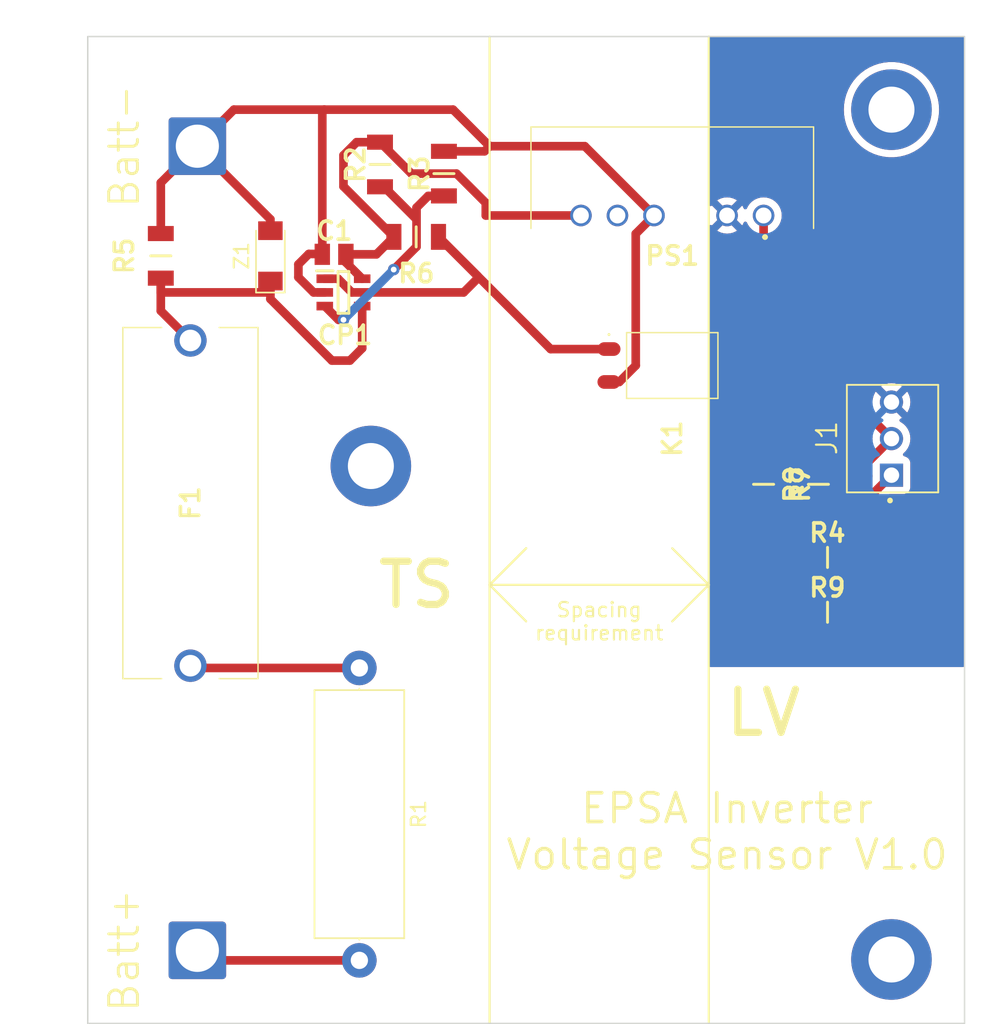
<source format=kicad_pcb>
(kicad_pcb (version 20240108) (generator "pcbnew") (generator_version "8.0")
  (layers (0 "F.Cu" signal) (31 "B.Cu" signal) (34 "B.Paste" user) (35 "F.Paste" user) (36 "B.SilkS" user "B.Silkscreen") (37 "F.SilkS" user "F.Silkscreen") (38 "B.Mask" user) (39 "F.Mask" user) (44 "Edge.Cuts" user))
  (net 0 "")
  (net 1 "Comp")
  (net 2 "0")
  (net 3 "Net-(CP1-IN-)")
  (net 4 "+5V")
  (net 5 "Exit")
  (net 6 "+5VA")
  (net 7 "GND")
  (net 8 "+BATT")
  (net 9 "Net-(F1-Pad1)")
  (net 10 "Net-(CP1-IN+)")
  (net 11 "Raw_Exit")
  (footprint "Diode_SMD:D_MiniMELF" (layer "F.Cu") (at 88.9 71.12 90)
    (property "Reference" "Z1" (at 0 -2 90) (layer "F.SilkS"))
    (property "Value" "Zener TZM5224B-GS08")
    (fp_line (start 1.75 -1) (end -2.55 -1) (stroke (width 0.12)) (layer "F.SilkS"))
    (fp_line (start -2.55 -1) (end -2.55 1) (stroke (width 0.12)) (layer "F.SilkS"))
    (fp_line (start -2.55 1) (end 1.75 1) (stroke (width 0.12)) (layer "F.SilkS"))
    (pad "1" smd rect (at -1.75 0 90) (size 1.3 1.7) (layers "F.Cu" "F.Paste" "F.Mask") (net 10 "Net-(CP1-IN+)"))
    (pad "2" smd rect (at 1.75 0 90) (size 1.3 1.7) (layers "F.Cu" "F.Paste" "F.Mask") (net 2 "0"))
  )
  (footprint "EPSA_lib:CPC1394GR" (layer "F.Cu") (at 116.84 78.74 -90)
    (property "Reference" "K1" (at 5.08 0 90) (layer "F.SilkS") (effects (font (size 1.27 1.27) (thickness 0.254))))
    (property "Value" "SSR CPC1394GR" (hide yes))
    (fp_line (start -2.2 4.4) (end -2.2 4.4) (stroke (width 0.1)) (layer "F.SilkS"))
    (fp_line (start -2.1 4.4) (end -2.1 4.4) (stroke (width 0.1)) (layer "F.SilkS"))
    (fp_line (start -2.286 3.175) (end -2.286 -3.175) (stroke (width 0.1)) (layer "F.SilkS"))
    (fp_line (start 2.286 3.175) (end -2.286 3.175) (stroke (width 0.1)) (layer "F.SilkS"))
    (fp_line (start -2.286 -3.175) (end 2.286 -3.175) (stroke (width 0.1)) (layer "F.SilkS"))
    (fp_line (start 2.286 -3.175) (end 2.286 3.175) (stroke (width 0.1)) (layer "F.SilkS"))
    (fp_arc (start -2.2 4.4) (mid -2.15 4.35) (end -2.1 4.4) (stroke (width 0.1)) (layer "F.SilkS"))
    (fp_arc (start -2.1 4.4) (mid -2.15 4.45) (end -2.2 4.4) (stroke (width 0.1)) (layer "F.SilkS"))
    (pad "1" smd oval (at -1.143 4.4 270) (size 0.95 1.6) (layers "F.Cu" "F.Paste" "F.Mask") (net 1 "Comp"))
    (pad "2" smd oval (at 1.143 4.4 270) (size 0.95 1.6) (layers "F.Cu" "F.Paste" "F.Mask") (net 2 "0"))
    (pad "3" smd oval (at 1.143 -4.4 270) (size 0.95 1.6) (layers "F.Cu" "F.Paste" "F.Mask") (net 11 "Raw_Exit"))
    (pad "4" smd oval (at -1.143 -4.4 270) (size 0.95 1.6) (layers "F.Cu" "F.Paste" "F.Mask") (net 6 "+5VA"))
  )
  (footprint "EPSA_lib:SOT95P280X145-5N" (layer "F.Cu") (at 93.98 73.66)
    (property "Reference" "CP1" (at 0.103988 2.97137 0) (layer "F.SilkS") (effects (font (size 1.27 1.27) (thickness 0.254))))
    (property "Value" "Comparateur TS391ILT" (hide yes))
    (fp_line (start -1.875 -1.5) (end -0.725 -1.5) (stroke (width 0.2)) (layer "F.SilkS"))
    (fp_line (start -0.375 -1.45) (end 0.375 -1.45) (stroke (width 0.2)) (layer "F.SilkS"))
    (fp_line (start -0.375 1.45) (end -0.375 -1.45) (stroke (width 0.2)) (layer "F.SilkS"))
    (fp_line (start 0.375 -1.45) (end 0.375 1.45) (stroke (width 0.2)) (layer "F.SilkS"))
    (fp_line (start 0.375 1.45) (end -0.375 1.45) (stroke (width 0.2)) (layer "F.SilkS"))
    (pad "1" smd rect (at -1.3 -0.95 90) (size 0.6 1.15) (layers "F.Cu" "F.Paste" "F.Mask") (net 1 "Comp"))
    (pad "2" smd rect (at -1.3 0 90) (size 0.6 1.15) (layers "F.Cu" "F.Paste" "F.Mask") (net 2 "0"))
    (pad "3" smd rect (at -1.3 0.95 90) (size 0.6 1.15) (layers "F.Cu" "F.Paste" "F.Mask") (net 3 "Net-(CP1-IN-)"))
    (pad "4" smd rect (at 1.3 0.95 90) (size 0.6 1.15) (layers "F.Cu" "F.Paste" "F.Mask") (net 10 "Net-(CP1-IN+)"))
    (pad "5" smd rect (at 1.3 -0.95 90) (size 0.6 1.15) (layers "F.Cu" "F.Paste" "F.Mask") (net 4 "+5V"))
  )
  (footprint "" (layer "F.Cu") (at 132.08 60.96)
    (property "Reference" "" (at 0 0 0) (layer "F.SilkS") (effects (font (size 1.27 1.27))))
    (property "Value" "")
    (pad "1" thru_hole circle (at 0 0) (size 5.6 5.6) (drill 3.2) (layers "*.Cu" "*.Mask"))
  )
  (footprint "EPSA_lib:RESC3216X70N" (layer "F.Cu") (at 100.965 65.405 90)
    (property "Reference" "R3" (at -0.011901 -1.701971 -90) (layer "F.SilkS") (effects (font (size 1.27 1.27) (thickness 0.254))))
    (property "Value" "1k" (hide yes))
    (fp_line (start 0 -0.7) (end 0 0.7) (stroke (width 0.2)) (layer "F.SilkS"))
    (pad "1" smd rect (at -1.55 0 90) (size 1.05 1.8) (layers "F.Cu" "F.Paste" "F.Mask") (net 3 "Net-(CP1-IN-)"))
    (pad "2" smd rect (at 1.55 0 90) (size 1.05 1.8) (layers "F.Cu" "F.Paste" "F.Mask") (net 2 "0"))
  )
  (footprint "EPSA_lib:RESC3216X70N" (layer "F.Cu") (at 123.19 86.995 -90)
    (property "Reference" "R7" (at 0 -2.54 90) (layer "F.SilkS") (effects (font (size 1.27 1.27) (thickness 0.254))))
    (property "Value" "2k" (hide yes))
    (fp_line (start 0 -0.7) (end 0 0.7) (stroke (width 0.2)) (layer "F.SilkS"))
    (pad "1" smd rect (at -1.55 0 270) (size 1.05 1.8) (layers "F.Cu" "F.Paste" "F.Mask") (net 7 "GND"))
    (pad "2" smd rect (at 1.55 0 270) (size 1.05 1.8) (layers "F.Cu" "F.Paste" "F.Mask") (net 11 "Raw_Exit"))
  )
  (footprint "EPSA_lib:RESC3216X70N" (layer "F.Cu") (at 127.635 95.885)
    (property "Reference" "R9" (at -0.011901 -1.701971 0) (layer "F.SilkS") (effects (font (size 1.27 1.27) (thickness 0.254))))
    (property "Value" "8k2" (hide yes))
    (fp_line (start 0 -0.7) (end 0 0.7) (stroke (width 0.2)) (layer "F.SilkS"))
    (pad "1" smd rect (at -1.55 0) (size 1.05 1.8) (layers "F.Cu" "F.Paste" "F.Mask") (net 7 "GND"))
    (pad "2" smd rect (at 1.55 0) (size 1.05 1.8) (layers "F.Cu" "F.Paste" "F.Mask") (net 5 "Exit"))
  )
  (footprint "EPSA_lib:RESC3216X70N" (layer "F.Cu") (at 96.52 64.77 90)
    (property "Reference" "R2" (at -0.011901 -1.701971 -90) (layer "F.SilkS") (effects (font (size 1.27 1.27) (thickness 0.254))))
    (property "Value" "1k2" (hide yes))
    (fp_line (start 0 -0.7) (end 0 0.7) (stroke (width 0.2)) (layer "F.SilkS"))
    (pad "1" smd rect (at -1.55 0 90) (size 1.05 1.8) (layers "F.Cu" "F.Paste" "F.Mask") (net 3 "Net-(CP1-IN-)"))
    (pad "2" smd rect (at 1.55 0 90) (size 1.05 1.8) (layers "F.Cu" "F.Paste" "F.Mask") (net 4 "+5V"))
  )
  (footprint "EPSA_lib:RESC3216X70N" (layer "F.Cu") (at 127.635 92.075)
    (property "Reference" "R4" (at -0.011901 -1.701971 0) (layer "F.SilkS") (effects (font (size 1.27 1.27) (thickness 0.254))))
    (property "Value" "3k9" (hide yes))
    (fp_line (start 0 -0.7) (end 0 0.7) (stroke (width 0.2)) (layer "F.SilkS"))
    (pad "1" smd rect (at -1.55 0) (size 1.05 1.8) (layers "F.Cu" "F.Paste" "F.Mask") (net 11 "Raw_Exit"))
    (pad "2" smd rect (at 1.55 0) (size 1.05 1.8) (layers "F.Cu" "F.Paste" "F.Mask") (net 5 "Exit"))
  )
  (footprint "EPSA_lib:MOLEX_22-11-2032" (layer "F.Cu") (at 132.08 86.36 90)
    (property "Reference" "J1" (at 2.585 -4.489 90) (layer "F.SilkS") (effects (font (size 1.4 1.4))))
    (property "Value" "3P Droit 22-11-2032")
    (fp_line (start 6.275 -3.1) (end -1.195 -3.1) (stroke (width 0.127)) (layer "F.SilkS"))
    (fp_line (start -1.195 -3.1) (end -1.195 3.25) (stroke (width 0.127)) (layer "F.SilkS"))
    (fp_line (start 6.275 3.25) (end 6.275 -3.1) (stroke (width 0.127)) (layer "F.SilkS"))
    (fp_line (start -1.195 3.25) (end 6.275 3.25) (stroke (width 0.127)) (layer "F.SilkS"))
    (fp_circle (center -1.76 -0.1) (end -1.66 -0.1) (stroke (width 0.2)) (fill none) (layer "F.SilkS"))
    (pad "1" thru_hole rect (at 0 0 90) (size 1.61 1.61) (drill 1.07) (layers "*.Cu" "*.Mask") (net 5 "Exit"))
    (pad "2" thru_hole circle (at 2.54 0 90) (size 1.61 1.61) (drill 1.07) (layers "*.Cu" "*.Mask") (net 6 "+5VA"))
    (pad "3" thru_hole circle (at 5.08 0 90) (size 1.61 1.61) (drill 1.07) (layers "*.Cu" "*.Mask") (net 7 "GND"))
  )
  (footprint "Connector_Wire:SolderWire-2.5sqmm_1x01_D2.4mm_OD3.6mm" (layer "F.Cu") (at 83.82 63.5)
    (property "Reference" "TP2" (hide yes))
    (property "Value" "type=\"R\" model=\"TestPoint\" lib=\"\"")
    (pad "1" thru_hole roundrect (at 0 0) (size 4 4) (drill 3) (layers "*.Cu" "*.Mask") (roundrect_rratio 0.0625) (net 2 "0"))
  )
  (footprint "Connector_Wire:SolderWire-2.5sqmm_1x01_D2.4mm_OD3.6mm" (layer "F.Cu") (at 83.82 119.38)
    (property "Reference" "TP1" (hide yes))
    (property "Value" "type=\"R\" model=\"TestPoint\" lib=\"\"")
    (pad "1" thru_hole roundrect (at 0 0) (size 4 4) (drill 3) (layers "*.Cu" "*.Mask") (roundrect_rratio 0.0625) (net 8 "+BATT"))
  )
  (footprint "EPSA_lib:RESC3216X70N" (layer "F.Cu") (at 81.28 71.12 -90)
    (property "Reference" "R5" (at 0 2.54 90) (layer "F.SilkS") (effects (font (size 1.27 1.27) (thickness 0.254))))
    (property "Value" "33k" (hide yes))
    (fp_line (start 0 -0.7) (end 0 0.7) (stroke (width 0.2)) (layer "F.SilkS"))
    (pad "1" smd rect (at -1.55 0 270) (size 1.05 1.8) (layers "F.Cu" "F.Paste" "F.Mask") (net 2 "0"))
    (pad "2" smd rect (at 1.55 0 270) (size 1.05 1.8) (layers "F.Cu" "F.Paste" "F.Mask") (net 10 "Net-(CP1-IN+)"))
  )
  (footprint "EPSA_lib:0PTF0078P" (layer "F.Cu") (at 83.339117 88.300885 90)
    (property "Reference" "F1" (at 0 0 90) (layer "F.SilkS") (effects (font (size 1.27 1.27) (thickness 0.254))))
    (property "Value" "Fuse" (hide yes))
    (fp_line (start 12.2 -4.7) (end 12.2 -2) (stroke (width 0.1)) (layer "F.SilkS"))
    (fp_line (start -12.2 -4.7) (end 12.2 -4.7) (stroke (width 0.1)) (layer "F.SilkS"))
    (fp_line (start -12.2 -2) (end -12.2 -4.7) (stroke (width 0.1)) (layer "F.SilkS"))
    (fp_line (start -12.2 2) (end -12.2 4.7) (stroke (width 0.1)) (layer "F.SilkS"))
    (fp_line (start 12.2 4.7) (end 12.2 2) (stroke (width 0.1)) (layer "F.SilkS"))
    (fp_line (start -12.2 4.7) (end 12.2 4.7) (stroke (width 0.1)) (layer "F.SilkS"))
    (pad "1" thru_hole circle (at -11.3 0 90) (size 2.25 2.25) (drill 1.5) (layers "*.Cu" "*.Mask") (net 9 "Net-(F1-Pad1)"))
    (pad "2" thru_hole circle (at 11.3 0 90) (size 2.25 2.25) (drill 1.5) (layers "*.Cu" "*.Mask") (net 10 "Net-(CP1-IN+)"))
  )
  (footprint "EPSA_lib:RESC3216X70N" (layer "F.Cu") (at 99.035212 69.799441 180)
    (property "Reference" "R6" (at -0.011901 -2.54 0) (layer "F.SilkS") (effects (font (size 1.27 1.27) (thickness 0.254))))
    (property "Value" "2k7" (hide yes))
    (fp_line (start 0 -0.7) (end 0 0.7) (stroke (width 0.2)) (layer "F.SilkS"))
    (pad "1" smd rect (at -1.55 0 180) (size 1.05 1.8) (layers "F.Cu" "F.Paste" "F.Mask") (net 1 "Comp"))
    (pad "2" smd rect (at 1.55 0 180) (size 1.05 1.8) (layers "F.Cu" "F.Paste" "F.Mask") (net 4 "+5V"))
  )
  (footprint "EPSA_lib:CAPC2012X130N" (layer "F.Cu") (at 93.327966 71.013855)
    (property "Reference" "C1" (at 0.011623 -1.627268 0) (layer "F.SilkS") (effects (font (size 1.27 1.27) (thickness 0.254))))
    (property "Value" "Condensateur 0805Y1000104JXT" (hide yes))
    (pad "1" smd rect (at -0.82 0) (size 1.07 1.47) (layers "F.Cu" "F.Paste" "F.Mask") (net 2 "0"))
    (pad "2" smd rect (at 0.82 0) (size 1.07 1.47) (layers "F.Cu" "F.Paste" "F.Mask") (net 4 "+5V"))
  )
  (footprint "Resistor_THT:R_Axial_DIN0617_L17.0mm_D6.0mm_P20.32mm_Horizontal" (layer "F.Cu") (at 95.085306 99.757822 -90)
    (property "Reference" "R1" (at 10.16 -4.12 -90) (layer "F.SilkS"))
    (property "Value" "820k")
    (fp_line (start 1.54 3.12) (end 18.78 3.12) (stroke (width 0.12)) (layer "F.SilkS"))
    (fp_line (start 18.78 3.12) (end 18.78 -3.12) (stroke (width 0.12)) (layer "F.SilkS"))
    (fp_line (start 1.44 0) (end 1.54 0) (stroke (width 0.12)) (layer "F.SilkS"))
    (fp_line (start 18.88 0) (end 18.78 0) (stroke (width 0.12)) (layer "F.SilkS"))
    (fp_line (start 1.54 -3.12) (end 1.54 3.12) (stroke (width 0.12)) (layer "F.SilkS"))
    (fp_line (start 18.78 -3.12) (end 1.54 -3.12) (stroke (width 0.12)) (layer "F.SilkS"))
    (pad "1" thru_hole circle (at 0 0 270) (size 2.4 2.4) (drill 1.2) (layers "*.Cu" "*.Mask") (net 9 "Net-(F1-Pad1)"))
    (pad "2" thru_hole oval (at 20.32 0 270) (size 2.4 2.4) (drill 1.2) (layers "*.Cu" "*.Mask") (net 8 "+BATT"))
  )
  (footprint "EPSA_lib:RESC3216X70N" (layer "F.Cu") (at 127 86.995 90)
    (property "Reference" "R8" (at -0.011901 -1.701971 -90) (layer "F.SilkS") (effects (font (size 1.27 1.27) (thickness 0.254))))
    (property "Value" "8k2" (hide yes))
    (fp_line (start 0 -0.7) (end 0 0.7) (stroke (width 0.2)) (layer "F.SilkS"))
    (pad "1" smd rect (at -1.55 0 90) (size 1.05 1.8) (layers "F.Cu" "F.Paste" "F.Mask") (net 5 "Exit"))
    (pad "2" smd rect (at 1.55 0 90) (size 1.05 1.8) (layers "F.Cu" "F.Paste" "F.Mask") (net 6 "+5VA"))
  )
  (footprint "" (layer "F.Cu") (at 95.885 85.725)
    (property "Reference" "" (at 0 0 0) (layer "F.SilkS") (effects (font (size 1.27 1.27))))
    (property "Value" "")
    (pad "1" thru_hole circle (at 0 0) (size 5.6 5.6) (drill 3.2) (layers "*.Cu" "*.Mask"))
  )
  (footprint "EPSA_lib:PDM2S5S5S" (layer "F.Cu") (at 123.19 68.315 180)
    (property "Reference" "PS1" (at 6.35 -2.805 0) (layer "F.SilkS") (effects (font (size 1.27 1.27) (thickness 0.254))))
    (property "Value" "Alim Iso PDM2-S5-S5-S" (hide yes))
    (fp_line (start 16.175 6.15) (end 16.175 -0.9) (stroke (width 0.1)) (layer "F.SilkS"))
    (fp_line (start 0 -1.5) (end 0 -1.5) (stroke (width 0.2)) (layer "F.SilkS"))
    (fp_line (start -0.2 -1.5) (end -0.2 -1.5) (stroke (width 0.2)) (layer "F.SilkS"))
    (fp_line (start -3.475 6.15) (end 16.175 6.15) (stroke (width 0.1)) (layer "F.SilkS"))
    (fp_line (start -3.475 -0.9) (end -3.475 6.15) (stroke (width 0.1)) (layer "F.SilkS"))
    (fp_arc (start 0 -1.5) (mid -0.1 -1.4) (end -0.2 -1.5) (stroke (width 0.2)) (layer "F.SilkS"))
    (fp_arc (start -0.2 -1.5) (mid -0.1 -1.6) (end 0 -1.5) (stroke (width 0.2)) (layer "F.SilkS"))
    (pad "1" thru_hole circle (at 0 0 180) (size 1.5 1.5) (drill 1.1) (layers "*.Cu" "*.Mask") (net 6 "+5VA"))
    (pad "2" thru_hole circle (at 2.54 0 180) (size 1.5 1.5) (drill 1.1) (layers "*.Cu" "*.Mask") (net 7 "GND"))
    (pad "4" thru_hole circle (at 7.62 0 180) (size 1.5 1.5) (drill 1.1) (layers "*.Cu" "*.Mask") (net 2 "0"))
    (pad "5" thru_hole circle (at 10.16 0 180) (size 1.5 1.5) (drill 1.1) (layers "*.Cu" "*.Mask"))
    (pad "6" thru_hole circle (at 12.7 0 180) (size 1.5 1.5) (drill 1.1) (layers "*.Cu" "*.Mask") (net 4 "+5V"))
  )
  (footprint "" (layer "F.Cu") (at 132.08 120.015)
    (property "Reference" "" (at 0 0 0) (layer "F.SilkS") (effects (font (size 1.27 1.27))))
    (property "Value" "")
    (pad "1" thru_hole circle (at 0 0) (size 5.6 5.6) (drill 3.2) (layers "*.Cu" "*.Mask"))
  )
  (gr_line (start 119.38 55.88) (end 119.38 124.46) (stroke (width 0.15)) (layer "F.SilkS"))
  (gr_line (start 106.68 96.52) (end 104.14 93.98) (stroke (width 0.15)) (layer "F.SilkS"))
  (gr_line (start 116.84 91.44) (end 119.38 93.98) (stroke (width 0.15)) (layer "F.SilkS"))
  (gr_line (start 104.14 93.98) (end 106.68 91.44) (stroke (width 0.15)) (layer "F.SilkS"))
  (gr_line (start 104.14 55.88) (end 104.14 124.46) (stroke (width 0.15)) (layer "F.SilkS"))
  (gr_line (start 104.14 93.98) (end 119.38 93.98) (stroke (width 0.15)) (layer "F.SilkS"))
  (gr_line (start 119.38 93.98) (end 116.84 96.52) (stroke (width 0.15)) (layer "F.SilkS"))
  (gr_line (start 106.68 91.44) (end 104.14 93.98) (stroke (width 0.15)) (layer "F.SilkS"))
  (gr_rect (start 76.2 55.88) (end 137.16 124.46) (stroke (width 0.1)) (fill none) (layer "Edge.Cuts"))
  (gr_text "Batt+" (at 78.74 119.38 90) (layer "F.SilkS") (effects (font (size 2 2) (thickness 0.2))))
  (gr_text "TS" (at 99.06 93.98 0) (layer "F.SilkS") (effects (font (size 3 3) (thickness 0.5))))
  (gr_text "EPSA Inverter\nVoltage Sensor V1.0" (at 120.65 111.125 0) (layer "F.SilkS") (effects (font (size 2 2) (thickness 0.25))))
  (gr_text "Spacing\nrequirement" (at 111.76 96.52 0) (layer "F.SilkS") (effects (font (size 1 1))))
  (gr_text "Batt-" (at 78.74 63.5 90) (layer "F.SilkS") (effects (font (size 2 2) (thickness 0.2))))
  (gr_text "LV" (at 123.19 102.87 0) (layer "F.SilkS") (effects (font (size 3 3) (thickness 0.5))))
  (segment (start 103.296306 72.510535) (end 100.585212 69.799441) (width 0.6) (layer "F.Cu") (net 1))
  (segment (start 102.335625 73.66) (end 103.296306 72.699319) (width 0.6) (layer "F.Cu") (net 1))
  (segment (start 103.296306 72.699319) (end 103.296306 72.510535) (width 0.6) (layer "F.Cu") (net 1))
  (segment (start 112.44 77.597) (end 108.382771 77.597) (width 0.6) (layer "F.Cu") (net 1))
  (segment (start 92.68 72.71) (end 93.605 72.71) (width 0.6) (layer "F.Cu") (net 1))
  (segment (start 94.555 73.66) (end 102.335625 73.66) (width 0.6) (layer "F.Cu") (net 1))
  (segment (start 108.382771 77.597) (end 100.585212 69.799441) (width 0.6) (layer "F.Cu") (net 1))
  (segment (start 93.605 72.71) (end 94.555 73.66) (width 0.6) (layer "F.Cu") (net 1))
  (segment (start 110.755 63.5) (end 104.14 63.5) (width 0.6) (layer "F.Cu") (net 2))
  (segment (start 114.3 78.74) (end 113.157 79.883) (width 0.6) (layer "F.Cu") (net 2))
  (segment (start 104.14 63.5) (end 101.6 60.96) (width 0.6) (layer "F.Cu") (net 2))
  (segment (start 88.9 68.58) (end 88.9 69.37) (width 0.6) (layer "F.Cu") (net 2))
  (segment (start 92.646125 60.96) (end 86.36 60.96) (width 0.6) (layer "F.Cu") (net 2))
  (segment (start 103.785 63.855) (end 100.965 63.855) (width 0.6) (layer "F.Cu") (net 2))
  (segment (start 113.157 79.883) (end 112.44 79.883) (width 0.6) (layer "F.Cu") (net 2))
  (segment (start 91.567565 70.988805) (end 92.482916 70.988805) (width 0.6) (layer "F.Cu") (net 2))
  (segment (start 83.82 63.5) (end 88.9 68.58) (width 0.6) (layer "F.Cu") (net 2))
  (segment (start 83.82 63.5) (end 81.28 66.04) (width 0.6) (layer "F.Cu") (net 2))
  (segment (start 92.507966 61.098159) (end 92.646125 60.96) (width 0.6) (layer "F.Cu") (net 2))
  (segment (start 101.6 60.96) (end 92.646125 60.96) (width 0.6) (layer "F.Cu") (net 2))
  (segment (start 115.57 68.315) (end 110.755 63.5) (width 0.6) (layer "F.Cu") (net 2))
  (segment (start 115.57 68.315) (end 114.3 69.585) (width 0.6) (layer "F.Cu") (net 2))
  (segment (start 92.68 73.66) (end 91.899028 73.66) (width 0.6) (layer "F.Cu") (net 2))
  (segment (start 86.36 60.96) (end 83.82 63.5) (width 0.6) (layer "F.Cu") (net 2))
  (segment (start 81.28 66.04) (end 81.28 69.57) (width 0.6) (layer "F.Cu") (net 2))
  (segment (start 104.14 63.5) (end 103.785 63.855) (width 0.6) (layer "F.Cu") (net 2))
  (segment (start 92.507966 71.013855) (end 92.507966 61.098159) (width 0.6) (layer "F.Cu") (net 2))
  (segment (start 114.3 69.585) (end 114.3 78.74) (width 0.6) (layer "F.Cu") (net 2))
  (segment (start 90.846148 72.60712) (end 90.846148 71.710222) (width 0.6) (layer "F.Cu") (net 2))
  (segment (start 91.899028 73.66) (end 90.846148 72.60712) (width 0.6) (layer "F.Cu") (net 2))
  (segment (start 90.846148 71.710222) (end 91.567565 70.988805) (width 0.6) (layer "F.Cu") (net 2))
  (segment (start 99.06 68.58) (end 96.8 66.32) (width 0.6) (layer "F.Cu") (net 3))
  (segment (start 99.06 70.485) (end 99.06 68.58) (width 0.6) (layer "F.Cu") (net 3))
  (segment (start 96.8 66.32) (end 96.52 66.32) (width 0.6) (layer "F.Cu") (net 3))
  (segment (start 93.635 75.565) (end 92.68 74.61) (width 0.6) (layer "F.Cu") (net 3))
  (segment (start 97.4725 72.0725) (end 99.06 70.485) (width 0.6) (layer "F.Cu") (net 3))
  (segment (start 99.8725 66.955) (end 100.965 66.955) (width 0.6) (layer "F.Cu") (net 3))
  (segment (start 93.98 75.565) (end 93.635 75.565) (width 0.6) (layer "F.Cu") (net 3))
  (segment (start 99.06 67.7675) (end 99.8725 66.955) (width 0.6) (layer "F.Cu") (net 3))
  (segment (start 99.06 68.58) (end 99.06 67.7675) (width 0.6) (layer "F.Cu") (net 3))
  (via (at 93.98 75.565) (size 0.8) (drill 0.4) (layers "F.Cu" "B.Cu") (net 3))
  (via (at 97.4725 72.0725) (size 0.8) (drill 0.4) (layers "F.Cu" "B.Cu") (net 3))
  (segment (start 97.4725 72.0725) (end 93.98 75.565) (width 0.6) (layer "B.Cu") (net 3))
  (segment (start 93.98 64.135) (end 93.98 66.294229) (width 0.6) (layer "F.Cu") (net 4))
  (segment (start 103.875 67.44) (end 101.84 65.405) (width 0.6) (layer "F.Cu") (net 4))
  (segment (start 98.705 65.405) (end 96.52 63.22) (width 0.6) (layer "F.Cu") (net 4))
  (segment (start 96.270798 71.013855) (end 97.485212 69.799441) (width 0.6) (layer "F.Cu") (net 4))
  (segment (start 110.49 68.315) (end 103.875 68.315) (width 0.6) (layer "F.Cu") (net 4))
  (segment (start 96.52 63.22) (end 94.895 63.22) (width 0.6) (layer "F.Cu") (net 4))
  (segment (start 94.147966 71.577966) (end 95.28 72.71) (width 0.6) (layer "F.Cu") (net 4))
  (segment (start 93.98 66.294229) (end 97.485212 69.799441) (width 0.6) (layer "F.Cu") (net 4))
  (segment (start 94.147966 71.013855) (end 96.270798 71.013855) (width 0.6) (layer "F.Cu") (net 4))
  (segment (start 103.875 68.315) (end 103.875 67.44) (width 0.6) (layer "F.Cu") (net 4))
  (segment (start 94.895 63.22) (end 93.98 64.135) (width 0.6) (layer "F.Cu") (net 4))
  (segment (start 94.147966 71.013855) (end 94.147966 71.577966) (width 0.6) (layer "F.Cu") (net 4))
  (segment (start 101.84 65.405) (end 98.705 65.405) (width 0.6) (layer "F.Cu") (net 4))
  (segment (start 129.185 92.075) (end 129.26 92.075) (width 0.25) (layer "F.Cu") (net 5))
  (segment (start 129.185 92.075) (end 129.185 89.255) (width 0.6) (layer "F.Cu") (net 5))
  (segment (start 129.185 90.73) (end 127 88.545) (width 0.6) (layer "F.Cu") (net 5))
  (segment (start 129.185 92.075) (end 129.185 90.73) (width 0.6) (layer "F.Cu") (net 5))
  (segment (start 129.185 95.885) (end 129.185 92.075) (width 0.6) (layer "F.Cu") (net 5))
  (segment (start 129.185 89.255) (end 132.08 86.36) (width 0.6) (layer "F.Cu") (net 5))
  (segment (start 121.24 77.597) (end 125.857 77.597) (width 0.6) (layer "F.Cu") (net 6))
  (segment (start 125.857 77.597) (end 132.08 83.82) (width 0.6) (layer "F.Cu") (net 6))
  (segment (start 123.19 74.93) (end 125.857 77.597) (width 0.6) (layer "F.Cu") (net 6))
  (segment (start 130.455 85.445) (end 132.08 83.82) (width 0.6) (layer "F.Cu") (net 6))
  (segment (start 123.19 68.315) (end 123.19 74.93) (width 0.6) (layer "F.Cu") (net 6))
  (segment (start 127 85.445) (end 130.455 85.445) (width 0.6) (layer "F.Cu") (net 6))
  (segment (start 84.517822 120.077822) (end 95.085306 120.077822) (width 0.6) (layer "F.Cu") (net 8))
  (segment (start 95.085306 99.757822) (end 83.496054 99.757822) (width 0.6) (layer "F.Cu") (net 9))
  (segment (start 88.9 72.87) (end 88.9 74.12) (width 0.6) (layer "F.Cu") (net 10))
  (segment (start 94.427 78.397) (end 95.28 77.544) (width 0.6) (layer "F.Cu") (net 10))
  (segment (start 88.9 73.66) (end 81.28 73.66) (width 0.6) (layer "F.Cu") (net 10))
  (segment (start 81.28 72.67) (end 81.28 73.66) (width 0.6) (layer "F.Cu") (net 10))
  (segment (start 88.9 72.87) (end 88.9 73.66) (width 0.6) (layer "F.Cu") (net 10))
  (segment (start 88.9 74.12) (end 93.177 78.397) (width 0.6) (layer "F.Cu") (net 10))
  (segment (start 93.177 78.397) (end 94.427 78.397) (width 0.6) (layer "F.Cu") (net 10))
  (segment (start 95.28 77.544) (end 95.28 74.61) (width 0.6) (layer "F.Cu") (net 10))
  (segment (start 83.339117 77.000885) (end 81.28 74.941768) (width 0.6) (layer "F.Cu") (net 10))
  (segment (start 81.28 74.941768) (end 81.28 72.67) (width 0.6) (layer "F.Cu") (net 10))
  (segment (start 121.24 79.883) (end 121.24 86.595) (width 0.6) (layer "F.Cu") (net 11))
  (segment (start 121.24 86.595) (end 123.19 88.545) (width 0.6) (layer "F.Cu") (net 11))
  (segment (start 123.19 89.18) (end 126.085 92.075) (width 0.6) (layer "F.Cu") (net 11))
  (segment (start 123.19 88.545) (end 123.19 89.18) (width 0.6) (layer "F.Cu") (net 11))
  (zone (net 7) (net_name "GND") (layers "F&B.Cu") (connect_pads (clearance 0.508)) (min_thickness 0.254) (fill yes (thermal_gap 0.508) (thermal_bridge_width 0.508))
    (polygon (pts (xy 139.7 99.695) (xy 119.38 99.695) (xy 119.38 53.34) (xy 139.7 53.34)))
  )
)
</source>
